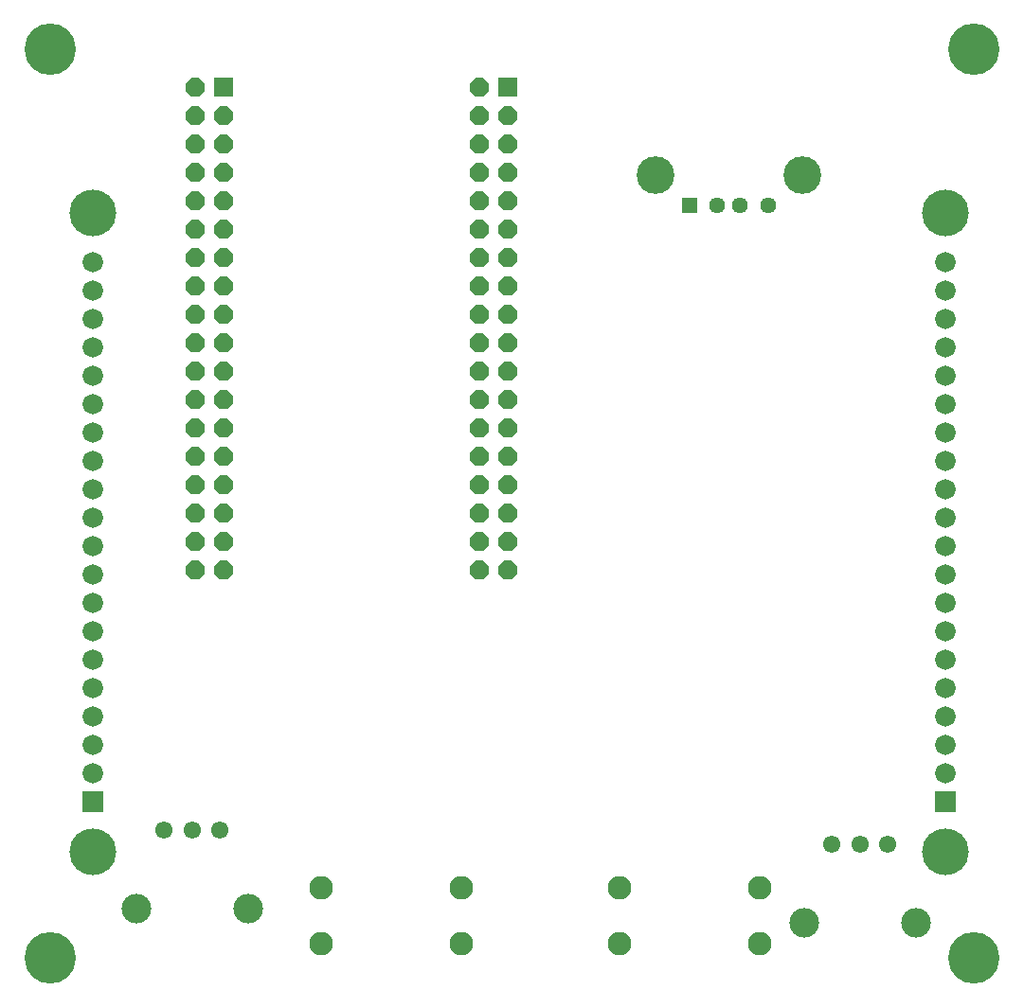
<source format=gbr>
G04 EAGLE Gerber RS-274X export*
G75*
%MOMM*%
%FSLAX34Y34*%
%LPD*%
%INSoldermask Bottom*%
%IPPOS*%
%AMOC8*
5,1,8,0,0,1.08239X$1,22.5*%
G01*
%ADD10R,1.828800X1.828800*%
%ADD11C,1.828800*%
%ADD12C,4.168400*%
%ADD13R,1.440400X1.440400*%
%ADD14C,1.440400*%
%ADD15C,3.372400*%
%ADD16C,4.597400*%
%ADD17C,1.552400*%
%ADD18C,2.652400*%
%ADD19C,2.112400*%
%ADD20R,1.676400X1.676400*%
%ADD21P,1.814519X8X292.500000*%


D10*
X76200Y177800D03*
D11*
X76200Y203200D03*
X76200Y228600D03*
X76200Y254000D03*
X76200Y279400D03*
X76200Y304800D03*
X76200Y330200D03*
X76200Y355600D03*
X76200Y381000D03*
X76200Y406400D03*
X76200Y431800D03*
X76200Y457200D03*
X76200Y482600D03*
X76200Y508000D03*
X76200Y533400D03*
X76200Y558800D03*
X76200Y584200D03*
X76200Y609600D03*
X76200Y635000D03*
X76200Y660400D03*
D10*
X838200Y177800D03*
D11*
X838200Y203200D03*
X838200Y228600D03*
X838200Y254000D03*
X838200Y279400D03*
X838200Y304800D03*
X838200Y330200D03*
X838200Y355600D03*
X838200Y381000D03*
X838200Y406400D03*
X838200Y431800D03*
X838200Y457200D03*
X838200Y482600D03*
X838200Y508000D03*
X838200Y533400D03*
X838200Y558800D03*
X838200Y584200D03*
X838200Y609600D03*
X838200Y635000D03*
X838200Y660400D03*
D12*
X838200Y704850D03*
X838200Y133350D03*
X76200Y704850D03*
X76200Y133350D03*
D13*
X609600Y711200D03*
D14*
X634600Y711200D03*
X654600Y711200D03*
X679600Y711200D03*
D15*
X578900Y738300D03*
X710300Y738300D03*
D16*
X38100Y850900D03*
X38100Y38100D03*
X863600Y38100D03*
X863600Y850900D03*
D17*
X787000Y139700D03*
X762000Y139700D03*
X737000Y139700D03*
D18*
X812000Y69700D03*
X712000Y69700D03*
D17*
X190100Y152400D03*
X165100Y152400D03*
X140100Y152400D03*
D18*
X215100Y82400D03*
X115100Y82400D03*
D19*
X405400Y101200D03*
X405400Y51200D03*
X280400Y51200D03*
X280400Y101200D03*
X672100Y101200D03*
X672100Y51200D03*
X547100Y51200D03*
X547100Y101200D03*
D20*
X447300Y817200D03*
D21*
X421900Y817200D03*
X447300Y791800D03*
X421900Y791800D03*
X447300Y766400D03*
X421900Y766400D03*
X447300Y741000D03*
X421900Y741000D03*
X447300Y715600D03*
X421900Y715600D03*
X447300Y690200D03*
X421900Y690200D03*
X447300Y664800D03*
X421900Y664800D03*
X447300Y639400D03*
X421900Y639400D03*
X447300Y614000D03*
X421900Y614000D03*
X447300Y588600D03*
X421900Y588600D03*
X447300Y563200D03*
X421900Y563200D03*
X447300Y537800D03*
X421900Y537800D03*
X447300Y512400D03*
X421900Y512400D03*
X447300Y487000D03*
X421900Y487000D03*
X447300Y461600D03*
X421900Y461600D03*
X447300Y436200D03*
X421900Y436200D03*
X447300Y410800D03*
X421900Y410800D03*
X447300Y385400D03*
X421900Y385400D03*
D20*
X193300Y817200D03*
D21*
X167900Y817200D03*
X193300Y791800D03*
X167900Y791800D03*
X193300Y766400D03*
X167900Y766400D03*
X193300Y741000D03*
X167900Y741000D03*
X193300Y715600D03*
X167900Y715600D03*
X193300Y690200D03*
X167900Y690200D03*
X193300Y664800D03*
X167900Y664800D03*
X193300Y639400D03*
X167900Y639400D03*
X193300Y614000D03*
X167900Y614000D03*
X193300Y588600D03*
X167900Y588600D03*
X193300Y563200D03*
X167900Y563200D03*
X193300Y537800D03*
X167900Y537800D03*
X193300Y512400D03*
X167900Y512400D03*
X193300Y487000D03*
X167900Y487000D03*
X193300Y461600D03*
X167900Y461600D03*
X193300Y436200D03*
X167900Y436200D03*
X193300Y410800D03*
X167900Y410800D03*
X193300Y385400D03*
X167900Y385400D03*
M02*

</source>
